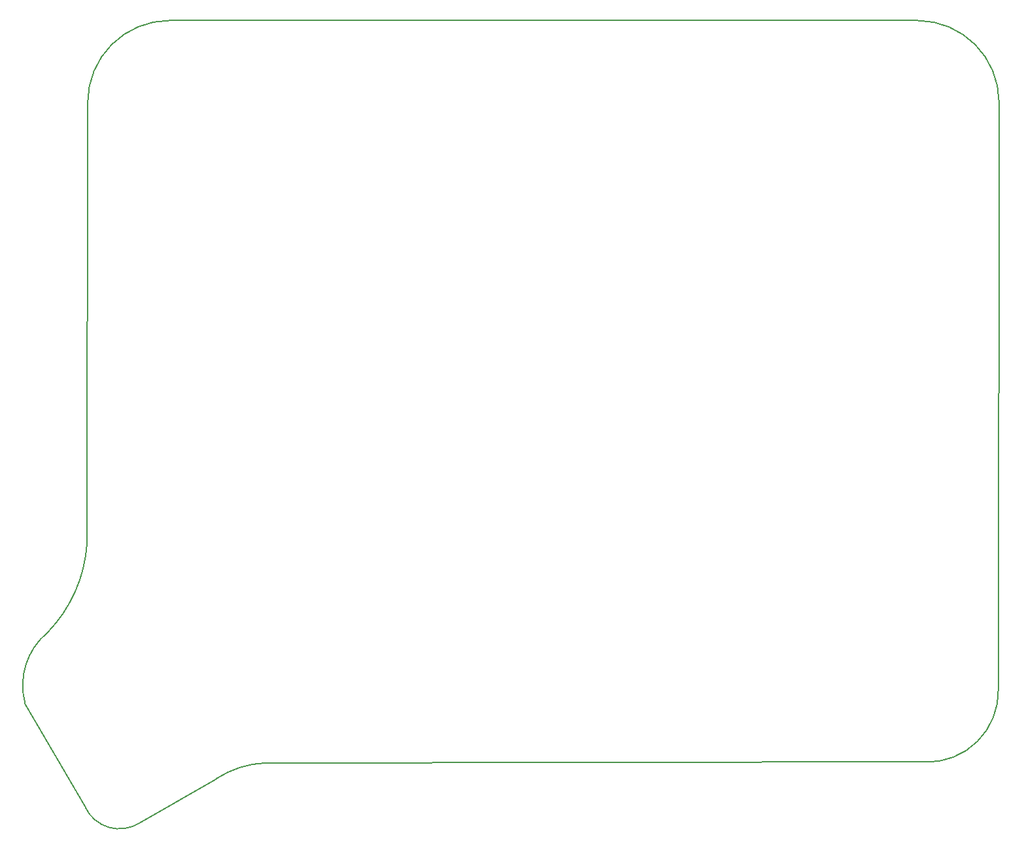
<source format=gm1>
%TF.GenerationSoftware,KiCad,Pcbnew,(6.0.5)*%
%TF.CreationDate,2022-06-01T14:16:37+01:00*%
%TF.ProjectId,Project Fauxbow - Bottom Pl ate,50726f6a-6563-4742-9046-617578626f77,rev?*%
%TF.SameCoordinates,Original*%
%TF.FileFunction,Profile,NP*%
%FSLAX46Y46*%
G04 Gerber Fmt 4.6, Leading zero omitted, Abs format (unit mm)*
G04 Created by KiCad (PCBNEW (6.0.5)) date 2022-06-01 14:16:37*
%MOMM*%
%LPD*%
G01*
G04 APERTURE LIST*
%TA.AperFunction,Profile*%
%ADD10C,0.200000*%
%TD*%
G04 APERTURE END LIST*
D10*
X87026875Y-119255359D02*
G75*
G03*
X84122208Y-128450691I5663975J-6845601D01*
G01*
X87026886Y-119255370D02*
G75*
G03*
X92126875Y-107755359I-13072386J12678170D01*
G01*
X102824541Y-39950691D02*
G75*
G03*
X92224541Y-50550691I-1J-10599999D01*
G01*
X102824541Y-39950691D02*
X199619873Y-39950691D01*
X98889704Y-143980814D02*
X108769470Y-138271844D01*
X92126875Y-107755359D02*
X92224541Y-50550691D01*
X210126881Y-126655359D02*
X210219873Y-50550691D01*
X91926875Y-141955359D02*
X84122208Y-128450691D01*
X210219909Y-50550691D02*
G75*
G03*
X199619873Y-39950691I-10600109J-109D01*
G01*
X115326875Y-136155359D02*
X200626881Y-136055359D01*
X115326874Y-136155345D02*
G75*
G03*
X108769470Y-138271844I550226J-12921155D01*
G01*
X200626880Y-136055400D02*
G75*
G03*
X210126881Y-126655359I302120J9195200D01*
G01*
X91926862Y-141955365D02*
G75*
G03*
X98889704Y-143980814I4394738J2126965D01*
G01*
M02*

</source>
